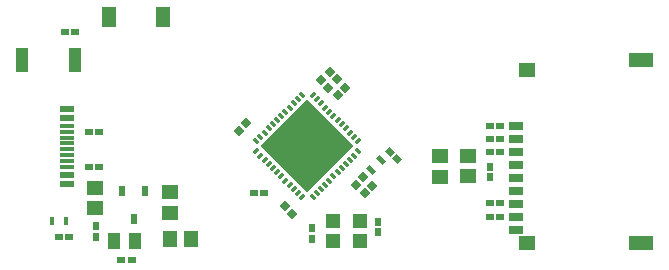
<source format=gbr>
%TF.GenerationSoftware,Altium Limited,Altium Designer,25.4.2 (15)*%
G04 Layer_Color=8421504*
%FSLAX45Y45*%
%MOMM*%
%TF.SameCoordinates,D428E1E4-D561-4EBD-83AA-0298DF20FA0A*%
%TF.FilePolarity,Positive*%
%TF.FileFunction,Paste,Top*%
%TF.Part,Single*%
G01*
G75*
%TA.AperFunction,SMDPad,CuDef*%
%ADD10R,1.20000X1.80000*%
%ADD12R,0.60000X0.95000*%
%ADD13R,0.65000X0.55000*%
G04:AMPARAMS|DCode=14|XSize=0.4mm|YSize=0.8mm|CornerRadius=0mm|HoleSize=0mm|Usage=FLASHONLY|Rotation=225.000|XOffset=0mm|YOffset=0mm|HoleType=Round|Shape=Rectangle|*
%AMROTATEDRECTD14*
4,1,4,-0.14142,0.42426,0.42426,-0.14142,0.14142,-0.42426,-0.42426,0.14142,-0.14142,0.42426,0.0*
%
%ADD14ROTATEDRECTD14*%

%ADD15R,1.05000X2.00000*%
%ADD16R,1.30000X1.20000*%
%TA.AperFunction,ConnectorPad*%
%ADD17R,1.15000X0.60000*%
%ADD18R,1.15000X0.30000*%
%ADD19R,2.00000X1.20000*%
%ADD20R,1.40000X1.20000*%
%ADD21R,1.30000X0.70000*%
%TA.AperFunction,SMDPad,CuDef*%
%ADD22R,1.13000X1.43000*%
%ADD23R,0.40000X0.80000*%
%ADD24P,7.91960X4X180.0*%
G04:AMPARAMS|DCode=25|XSize=0.3mm|YSize=0.55mm|CornerRadius=0mm|HoleSize=0mm|Usage=FLASHONLY|Rotation=225.000|XOffset=0mm|YOffset=0mm|HoleType=Round|Shape=Rectangle|*
%AMROTATEDRECTD25*
4,1,4,-0.08839,0.30052,0.30052,-0.08839,0.08839,-0.30052,-0.30052,0.08839,-0.08839,0.30052,0.0*
%
%ADD25ROTATEDRECTD25*%

G04:AMPARAMS|DCode=26|XSize=0.3mm|YSize=0.55mm|CornerRadius=0mm|HoleSize=0mm|Usage=FLASHONLY|Rotation=135.000|XOffset=0mm|YOffset=0mm|HoleType=Round|Shape=Rectangle|*
%AMROTATEDRECTD26*
4,1,4,0.30052,0.08839,-0.08839,-0.30052,-0.30052,-0.08839,0.08839,0.30052,0.30052,0.08839,0.0*
%
%ADD26ROTATEDRECTD26*%

%ADD27R,0.62000X0.66000*%
G04:AMPARAMS|DCode=28|XSize=0.62mm|YSize=0.66mm|CornerRadius=0mm|HoleSize=0mm|Usage=FLASHONLY|Rotation=315.000|XOffset=0mm|YOffset=0mm|HoleType=Round|Shape=Rectangle|*
%AMROTATEDRECTD28*
4,1,4,-0.45255,-0.01414,0.01414,0.45255,0.45255,0.01414,-0.01414,-0.45255,-0.45255,-0.01414,0.0*
%
%ADD28ROTATEDRECTD28*%

%ADD29R,0.66000X0.62000*%
G04:AMPARAMS|DCode=30|XSize=0.55mm|YSize=0.65mm|CornerRadius=0mm|HoleSize=0mm|Usage=FLASHONLY|Rotation=225.000|XOffset=0mm|YOffset=0mm|HoleType=Round|Shape=Rectangle|*
%AMROTATEDRECTD30*
4,1,4,-0.03535,0.42426,0.42426,-0.03535,0.03535,-0.42426,-0.42426,0.03535,-0.03535,0.42426,0.0*
%
%ADD30ROTATEDRECTD30*%

%ADD31R,1.45000X1.15000*%
%ADD32R,1.15000X1.45000*%
G04:AMPARAMS|DCode=33|XSize=0.62mm|YSize=0.66mm|CornerRadius=0mm|HoleSize=0mm|Usage=FLASHONLY|Rotation=225.000|XOffset=0mm|YOffset=0mm|HoleType=Round|Shape=Rectangle|*
%AMROTATEDRECTD33*
4,1,4,-0.01414,0.45255,0.45255,-0.01414,0.01414,-0.45255,-0.45255,0.01414,-0.01414,0.45255,0.0*
%
%ADD33ROTATEDRECTD33*%

D10*
X-1681900Y1096395D02*
D03*
X-1221900D02*
D03*
D12*
X-1375660Y-377800D02*
D03*
X-1565660D02*
D03*
X-1470660Y-612800D02*
D03*
D13*
X-2013542Y-766236D02*
D03*
X-2098542D02*
D03*
X-450602Y-394195D02*
D03*
X-365602D02*
D03*
X1630000Y-485140D02*
D03*
X1545000D02*
D03*
X-1767192Y122925D02*
D03*
X-1852192D02*
D03*
X-1767192Y-177075D02*
D03*
X-1852192D02*
D03*
X1630000Y-50800D02*
D03*
X1545000D02*
D03*
X1630000Y58420D02*
D03*
X1545000D02*
D03*
X1630000Y170180D02*
D03*
X1545000D02*
D03*
X1630000Y-601980D02*
D03*
X1545000D02*
D03*
D14*
X536694Y-201749D02*
D03*
X621547Y-116896D02*
D03*
D15*
X-2414520Y731520D02*
D03*
X-1969520D02*
D03*
D16*
X448078Y-803794D02*
D03*
X218078Y-633795D02*
D03*
X448078D02*
D03*
X218078Y-803794D02*
D03*
D17*
X-2034692Y237925D02*
D03*
Y-242075D02*
D03*
Y317925D02*
D03*
Y-322075D02*
D03*
D18*
Y-177075D02*
D03*
Y-127075D02*
D03*
Y-77075D02*
D03*
Y-27075D02*
D03*
Y22925D02*
D03*
Y72925D02*
D03*
Y122925D02*
D03*
Y172925D02*
D03*
D19*
X2825840Y-819061D02*
D03*
Y732939D02*
D03*
D20*
X1855840Y-819061D02*
D03*
Y648939D02*
D03*
D21*
X1770840Y-709061D02*
D03*
Y-599061D02*
D03*
Y-489061D02*
D03*
Y-379061D02*
D03*
Y-269061D02*
D03*
Y-159061D02*
D03*
Y-49061D02*
D03*
Y60939D02*
D03*
Y170939D02*
D03*
D22*
X-1459542Y-802135D02*
D03*
X-1636542D02*
D03*
D23*
X-2159223Y-629415D02*
D03*
X-2039222D02*
D03*
D24*
X0Y0D02*
D03*
D25*
X44194Y-433102D02*
D03*
X79549Y-397747D02*
D03*
X114905Y-362392D02*
D03*
X150260Y-327036D02*
D03*
X185615Y-291681D02*
D03*
X220970Y-256326D02*
D03*
X256326Y-220971D02*
D03*
X327036Y-150260D02*
D03*
X362391Y-114905D02*
D03*
X397747Y-79549D02*
D03*
X433102Y-44194D02*
D03*
X-44194Y433102D02*
D03*
X-79549Y397747D02*
D03*
X-114905Y362391D02*
D03*
X-150260Y327036D02*
D03*
X-185615Y291681D02*
D03*
X-220971Y256326D02*
D03*
X-256326Y220970D02*
D03*
X-291681Y185615D02*
D03*
X-327036Y150260D02*
D03*
X-362392Y114905D02*
D03*
X-397747Y79549D02*
D03*
X-433102Y44194D02*
D03*
X291681Y-185615D02*
D03*
D26*
X433102Y44194D02*
D03*
X397747Y79549D02*
D03*
X362391Y114905D02*
D03*
X327036Y150260D02*
D03*
X291681Y185615D02*
D03*
X256326Y220970D02*
D03*
X220970Y256326D02*
D03*
X185615Y291681D02*
D03*
X150260Y327036D02*
D03*
X114905Y362391D02*
D03*
X79549Y397747D02*
D03*
X44194Y433102D02*
D03*
X-433102Y-44194D02*
D03*
X-397747Y-79549D02*
D03*
X-362392Y-114905D02*
D03*
X-327036Y-150260D02*
D03*
X-291681Y-185615D02*
D03*
X-256326Y-220971D02*
D03*
X-220971Y-256326D02*
D03*
X-185615Y-291681D02*
D03*
X-150260Y-327036D02*
D03*
X-114905Y-362392D02*
D03*
X-79549Y-397747D02*
D03*
X-44194Y-433102D02*
D03*
D27*
X594478Y-729056D02*
D03*
Y-641056D02*
D03*
X40640Y-695140D02*
D03*
Y-783140D02*
D03*
X-1793240Y-677360D02*
D03*
Y-765360D02*
D03*
X1546860Y-262440D02*
D03*
Y-174440D02*
D03*
D28*
X320684Y496633D02*
D03*
X258458Y434408D02*
D03*
X-517527Y193673D02*
D03*
X-579753Y131447D02*
D03*
X410785Y-325307D02*
D03*
X473010Y-263082D02*
D03*
X485785Y-400307D02*
D03*
X548010Y-338082D02*
D03*
D29*
X-1965367Y962940D02*
D03*
X-2053367D02*
D03*
X-1576086Y-962940D02*
D03*
X-1488086D02*
D03*
D30*
X761572Y-111332D02*
D03*
X701468Y-51228D02*
D03*
D31*
X-1795780Y-526920D02*
D03*
Y-351920D02*
D03*
X-1159422Y-392055D02*
D03*
Y-567054D02*
D03*
X1363980Y-255140D02*
D03*
Y-80140D02*
D03*
X1125220Y-260220D02*
D03*
Y-85220D02*
D03*
D32*
X-985562Y-784355D02*
D03*
X-1160562D02*
D03*
D33*
X253090Y569613D02*
D03*
X190865Y631838D02*
D03*
X-191133Y-509907D02*
D03*
X-128907Y-572133D02*
D03*
X178090Y494613D02*
D03*
X115865Y556838D02*
D03*
%TF.MD5,c5cb23d6f1caa5bd65d22ead46f69fa5*%
M02*

</source>
